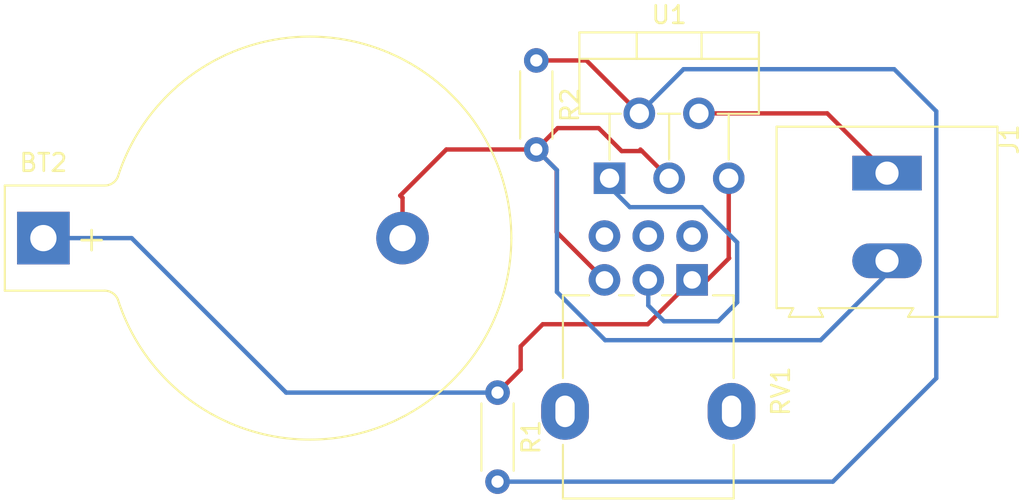
<source format=kicad_pcb>
(kicad_pcb (version 20221018) (generator pcbnew)
  (layers (0 "F.Cu" signal) (31 "B.Cu" signal) (34 "B.Paste" user) (35 "F.Paste" user) (36 "B.SilkS" user "B.Silkscreen") (37 "F.SilkS" user "F.Silkscreen") (38 "B.Mask" user) (39 "F.Mask" user) (44 "Edge.Cuts" user))
  (net 0 "")
  (net 1 "Net-(J1-Pin_1)")
  (net 2 "Net-(U1--)")
  (net 3 "Net-(U1-+)")
  (net 4 "+5V")
  (net 5 "GND")
  (footprint "Potentiometer_THT:Potentiometer_Alpha_RD902F-40-00D_Dual_Vertical" (layer "F.Cu") (at 137.23 84.96 -90)
    (fp_text reference "RV1" (at 6.35 -5.06 90) (layer "F.SilkS"))
    (fp_text value "R_Potentiometer_Dual_Separate")
    (fp_line (start 0.88 -2.37) (end 5.6 -2.37) (stroke (width 0.12)) (layer "F.SilkS"))
    (fp_line (start 0.88 -1.19) (end 0.88 -2.37) (stroke (width 0.12)) (layer "F.SilkS"))
    (fp_line (start 0.88 1.71) (end 0.88 1.18) (stroke (width 0.12)) (layer "F.SilkS"))
    (fp_line (start 0.88 4.16) (end 0.88 3.33) (stroke (width 0.12)) (layer "F.SilkS"))
    (fp_line (start 0.88 7.37) (end 0.88 5.88) (stroke (width 0.12)) (layer "F.SilkS"))
    (fp_line (start 0.88 7.37) (end 5.6 7.37) (stroke (width 0.12)) (layer "F.SilkS"))
    (fp_line (start 9.41 -2.37) (end 12.47 -2.37) (stroke (width 0.12)) (layer "F.SilkS"))
    (fp_line (start 9.41 7.37) (end 12.47 7.37) (stroke (width 0.12)) (layer "F.SilkS"))
    (fp_line (start 12.47 7.37) (end 12.47 -2.37) (stroke (width 0.12)) (layer "F.SilkS"))
    (pad "" thru_hole oval (at 7.5 -2.25) (size 2.72 3.24) (drill oval 1.1 1.8) (layers "*.Cu" "*.Mask"))
    (pad "" thru_hole oval (at 7.5 7.25) (size 2.72 3.24) (drill oval 1.1 1.8) (layers "*.Cu" "*.Mask"))
    (pad "1" thru_hole rect (at 0 0) (size 1.8 1.8) (drill 1) (layers "*.Cu" "*.Mask") (net 4 "+5V"))
    (pad "2" thru_hole circle (at 0 2.5) (size 1.8 1.8) (drill 1) (layers "*.Cu" "*.Mask") (net 3 "Net-(U1-+)"))
    (pad "3" thru_hole circle (at 0 5) (size 1.8 1.8) (drill 1) (layers "*.Cu" "*.Mask") (net 5 "GND"))
    (pad "4" thru_hole circle (at -2.5 0) (size 1.8 1.8) (drill 1) (layers "*.Cu" "*.Mask"))
    (pad "5" thru_hole circle (at -2.5 2.5) (size 1.8 1.8) (drill 1) (layers "*.Cu" "*.Mask"))
    (pad "6" thru_hole circle (at -2.5 5) (size 1.8 1.8) (drill 1) (layers "*.Cu" "*.Mask"))
  )
  (footprint "Resistor_THT:R_Axial_DIN0204_L3.6mm_D1.6mm_P5.08mm_Horizontal" (layer "F.Cu") (at 128.34 72.44 -90)
    (fp_text reference "R2" (at 2.54 -1.92 90) (layer "F.SilkS"))
    (fp_text value "R")
    (fp_line (start 0.62 -0.92) (end 4.46 -0.92) (stroke (width 0.12)) (layer "F.SilkS"))
    (fp_line (start 0.62 0.92) (end 4.46 0.92) (stroke (width 0.12)) (layer "F.SilkS"))
    (pad "1" thru_hole circle (at 0 0 270) (size 1.4 1.4) (drill 0.7) (layers "*.Cu" "*.Mask") (net 2 "Net-(U1--)"))
    (pad "2" thru_hole oval (at 5.08 0 270) (size 1.4 1.4) (drill 0.7) (layers "*.Cu" "*.Mask") (net 5 "GND"))
  )
  (footprint "TerminalBlock:TerminalBlock_Altech_AK300-2_P5.00mm" (layer "F.Cu") (at 148.35 78.87 -90)
    (fp_text reference "J1" (at -1.92 -6.99 90) (layer "F.SilkS"))
    (fp_text value "Screw_Terminal_01x02")
    (fp_line (start -2.65 -6.3) (end -2.65 6.3) (stroke (width 0.12)) (layer "F.SilkS"))
    (fp_line (start -2.65 6.3) (end 7.7 6.3) (stroke (width 0.12)) (layer "F.SilkS"))
    (fp_line (start 7.7 -1.5) (end 8.2 -1.2) (stroke (width 0.12)) (layer "F.SilkS"))
    (fp_line (start 7.7 3.9) (end 7.7 -1.5) (stroke (width 0.12)) (layer "F.SilkS"))
    (fp_line (start 7.7 5.35) (end 8.2 5.6) (stroke (width 0.12)) (layer "F.SilkS"))
    (fp_line (start 7.7 6.3) (end 7.7 5.35) (stroke (width 0.12)) (layer "F.SilkS"))
    (fp_line (start 8.2 -6.3) (end -2.65 -6.3) (stroke (width 0.12)) (layer "F.SilkS"))
    (fp_line (start 8.2 -1.2) (end 8.2 -6.3) (stroke (width 0.12)) (layer "F.SilkS"))
    (fp_line (start 8.2 3.65) (end 7.7 3.9) (stroke (width 0.12)) (layer "F.SilkS"))
    (fp_line (start 8.2 3.7) (end 8.2 3.65) (stroke (width 0.12)) (layer "F.SilkS"))
    (fp_line (start 8.2 5.6) (end 8.2 3.7) (stroke (width 0.12)) (layer "F.SilkS"))
    (pad "1" thru_hole rect (at 0 0 270) (size 1.98 3.96) (drill 1.32) (layers "*.Cu" "*.Mask") (net 1 "Net-(J1-Pin_1)"))
    (pad "2" thru_hole oval (at 5 0 270) (size 1.98 3.96) (drill 1.32) (layers "*.Cu" "*.Mask") (net 5 "GND"))
  )
  (footprint "Package_TO_SOT_THT:TO-220-5_P3.4x3.7mm_StaggerOdd_Lead3.8mm_Vertical" (layer "F.Cu") (at 132.52 79.16)
    (fp_text reference "U1" (at 3.4 -9.32) (layer "F.SilkS"))
    (fp_text value "LM1875")
    (fp_line (start -1.721 -8.32) (end -1.721 -3.679) (stroke (width 0.12)) (layer "F.SilkS"))
    (fp_line (start -1.721 -8.32) (end 8.52 -8.32) (stroke (width 0.12)) (layer "F.SilkS"))
    (fp_line (start -1.721 -6.811) (end 8.52 -6.811) (stroke (width 0.12)) (layer "F.SilkS"))
    (fp_line (start -1.721 -3.679) (end 0.635 -3.679) (stroke (width 0.12)) (layer "F.SilkS"))
    (fp_line (start 0 -3.679) (end 0 -1.049) (stroke (width 0.12)) (layer "F.SilkS"))
    (fp_line (start 1.55 -8.32) (end 1.55 -6.811) (stroke (width 0.12)) (layer "F.SilkS"))
    (fp_line (start 2.765 -3.679) (end 4.035 -3.679) (stroke (width 0.12)) (layer "F.SilkS"))
    (fp_line (start 3.4 -3.679) (end 3.4 -1.065) (stroke (width 0.12)) (layer "F.SilkS"))
    (fp_line (start 5.25 -8.32) (end 5.25 -6.811) (stroke (width 0.12)) (layer "F.SilkS"))
    (fp_line (start 6.165 -3.679) (end 8.52 -3.679) (stroke (width 0.12)) (layer "F.SilkS"))
    (fp_line (start 6.8 -3.679) (end 6.8 -1.065) (stroke (width 0.12)) (layer "F.SilkS"))
    (fp_line (start 8.52 -8.32) (end 8.52 -3.679) (stroke (width 0.12)) (layer "F.SilkS"))
    (pad "1" thru_hole rect (at 0 0) (size 1.8 1.8) (drill 1.1) (layers "*.Cu" "*.Mask") (net 3 "Net-(U1-+)"))
    (pad "2" thru_hole oval (at 1.7 -3.7) (size 1.8 1.8) (drill 1.1) (layers "*.Cu" "*.Mask") (net 2 "Net-(U1--)"))
    (pad "3" thru_hole oval (at 3.4 0) (size 1.8 1.8) (drill 1.1) (layers "*.Cu" "*.Mask") (net 5 "GND"))
    (pad "4" thru_hole oval (at 5.1 -3.7) (size 1.8 1.8) (drill 1.1) (layers "*.Cu" "*.Mask") (net 1 "Net-(J1-Pin_1)"))
    (pad "5" thru_hole oval (at 6.8 0) (size 1.8 1.8) (drill 1.1) (layers "*.Cu" "*.Mask") (net 4 "+5V"))
  )
  (footprint "Resistor_THT:R_Axial_DIN0204_L3.6mm_D1.6mm_P5.08mm_Horizontal" (layer "F.Cu") (at 126.13 91.39 -90)
    (fp_text reference "R1" (at 2.54 -1.92 90) (layer "F.SilkS"))
    (fp_text value "R")
    (fp_line (start 0.62 -0.92) (end 4.46 -0.92) (stroke (width 0.12)) (layer "F.SilkS"))
    (fp_line (start 0.62 0.92) (end 4.46 0.92) (stroke (width 0.12)) (layer "F.SilkS"))
    (pad "1" thru_hole circle (at 0 0 270) (size 1.4 1.4) (drill 0.7) (layers "*.Cu" "*.Mask") (net 4 "+5V"))
    (pad "2" thru_hole oval (at 5.08 0 270) (size 1.4 1.4) (drill 0.7) (layers "*.Cu" "*.Mask") (net 2 "Net-(U1--)"))
  )
  (footprint "Battery:BatteryHolder_Keystone_103_1x20mm" (layer "F.Cu") (at 100.22 82.575717)
    (fp_text reference "BT2" (at 0 -4.3) (layer "F.SilkS"))
    (fp_text value "Battery_Cell")
    (fp_text user "+" (at 2.75 0) (layer "F.SilkS") (effects (font (size 1.5 1.5))))
    (fp_line (start -2.2 -3) (end 3.5 -3) (stroke (width 0.12)) (layer "F.SilkS"))
    (fp_line (start -2.2 3) (end -2.2 -3) (stroke (width 0.12)) (layer "F.SilkS"))
    (fp_line (start -2.2 3) (end 3.5 3) (stroke (width 0.12)) (layer "F.SilkS"))
    (fp_arc (start 3.5 3) (mid 3.950694 3.136459) (end 4.25 3.5) (stroke (width 0.12)) (layer "F.SilkS"))
    (fp_arc (start 4.25 -3.5) (mid 3.950694 -3.136459) (end 3.5 -3) (stroke (width 0.12)) (layer "F.SilkS"))
    (fp_arc (start 4.25 -3.5) (mid 16.971103 -11.358466) (end 26.695671 0) (stroke (width 0.12)) (layer "F.SilkS"))
    (fp_arc (start 26.695671 0) (mid 16.971103 11.358466) (end 4.25 3.5) (stroke (width 0.12)) (layer "F.SilkS"))
    (pad "1" thru_hole rect (at 0 0) (size 3 3) (drill 1.5) (layers "*.Cu" "*.Mask") (net 4 "+5V"))
    (pad "2" thru_hole circle (at 20.49 0) (size 3 3) (drill 1.5) (layers "*.Cu" "*.Mask") (net 5 "GND"))
  )
  (segment (start 137.62 75.46) (end 144.94 75.46) (width 0.25) (layer "F.Cu") (net 1))
  (segment (start 144.94 75.46) (end 148.35 78.87) (width 0.25) (layer "F.Cu") (net 1))
  (segment (start 131.2 72.44) (end 134.22 75.46) (width 0.25) (layer "F.Cu") (net 2))
  (segment (start 128.34 72.44) (end 131.2 72.44) (width 0.25) (layer "F.Cu") (net 2))
  (segment (start 136.74 72.94) (end 134.22 75.46) (width 0.25) (layer "B.Cu") (net 2))
  (segment (start 148.76 72.94) (end 136.74 72.94) (width 0.25) (layer "B.Cu") (net 2))
  (segment (start 151.16 90.57) (end 151.16 75.34) (width 0.25) (layer "B.Cu") (net 2))
  (segment (start 151.16 75.34) (end 148.76 72.94) (width 0.25) (layer "B.Cu") (net 2))
  (segment (start 145.26 96.47) (end 151.16 90.57) (width 0.25) (layer "B.Cu") (net 2))
  (segment (start 126.13 96.47) (end 145.26 96.47) (width 0.25) (layer "B.Cu") (net 2))
  (segment (start 137.79 80.81) (end 133.68 80.81) (width 0.25) (layer "B.Cu") (net 3))
  (segment (start 133.68 80.81) (end 132.52 79.65) (width 0.25) (layer "B.Cu") (net 3))
  (segment (start 138.72 87.32) (end 139.8 86.24) (width 0.25) (layer "B.Cu") (net 3))
  (segment (start 132.52 79.65) (end 132.52 79.16) (width 0.25) (layer "B.Cu") (net 3))
  (segment (start 139.8 86.24) (end 139.8 82.82) (width 0.25) (layer "B.Cu") (net 3))
  (segment (start 139.8 82.82) (end 137.79 80.81) (width 0.25) (layer "B.Cu") (net 3))
  (segment (start 135.63 87.32) (end 138.72 87.32) (width 0.25) (layer "B.Cu") (net 3))
  (segment (start 134.73 84.96) (end 134.73 86.42) (width 0.25) (layer "B.Cu") (net 3))
  (segment (start 134.73 86.42) (end 135.63 87.32) (width 0.25) (layer "B.Cu") (net 3))
  (segment (start 139.34 83.72) (end 139.32 83.7) (width 0.25) (layer "F.Cu") (net 4))
  (segment (start 139.32 83.7) (end 139.32 79.16) (width 0.25) (layer "F.Cu") (net 4))
  (segment (start 127.45 90.07) (end 127.45 88.75) (width 0.25) (layer "F.Cu") (net 4))
  (segment (start 137.23 84.96) (end 138.1 84.96) (width 0.25) (layer "F.Cu") (net 4))
  (segment (start 127.45 88.75) (end 128.71 87.49) (width 0.25) (layer "F.Cu") (net 4))
  (segment (start 126.13 91.39) (end 127.45 90.07) (width 0.25) (layer "F.Cu") (net 4))
  (segment (start 134.7 87.49) (end 137.23 84.96) (width 0.25) (layer "F.Cu") (net 4))
  (segment (start 138.1 84.96) (end 139.34 83.72) (width 0.25) (layer "F.Cu") (net 4))
  (segment (start 128.71 87.49) (end 134.7 87.49) (width 0.25) (layer "F.Cu") (net 4))
  (segment (start 114.07 91.39) (end 105.255717 82.575717) (width 0.25) (layer "B.Cu") (net 4))
  (segment (start 105.255717 82.575717) (end 100.22 82.575717) (width 0.25) (layer "B.Cu") (net 4))
  (segment (start 126.13 91.39) (end 114.07 91.39) (width 0.25) (layer "B.Cu") (net 4))
  (segment (start 120.58 80.15) (end 120.71 80.28) (width 0.25) (layer "F.Cu") (net 5))
  (segment (start 128.34 77.52) (end 123.21 77.52) (width 0.25) (layer "F.Cu") (net 5))
  (segment (start 131.9 76.3) (end 129.56 76.3) (width 0.25) (layer "F.Cu") (net 5))
  (segment (start 123.21 77.52) (end 120.58 80.15) (width 0.25) (layer "F.Cu") (net 5))
  (segment (start 134.37 77.61) (end 134.28 77.52) (width 0.25) (layer "F.Cu") (net 5))
  (segment (start 129.5 82.23) (end 129.5 78.68) (width 0.25) (layer "F.Cu") (net 5))
  (segment (start 134.37 77.61) (end 133.21 77.61) (width 0.25) (layer "F.Cu") (net 5))
  (segment (start 129.56 76.3) (end 128.34 77.52) (width 0.25) (layer "F.Cu") (net 5))
  (segment (start 132.23 84.96) (end 129.5 82.23) (width 0.25) (layer "F.Cu") (net 5))
  (segment (start 133.21 77.61) (end 131.9 76.3) (width 0.25) (layer "F.Cu") (net 5))
  (segment (start 129.5 78.68) (end 128.34 77.52) (width 0.25) (layer "F.Cu") (net 5))
  (segment (start 135.92 79.16) (end 134.37 77.61) (width 0.25) (layer "F.Cu") (net 5))
  (segment (start 120.71 80.28) (end 120.71 82.575717) (width 0.25) (layer "F.Cu") (net 5))
  (segment (start 148.35 83.87) (end 148.35 84.61) (width 0.25) (layer "B.Cu") (net 5))
  (segment (start 132.27 88.4) (end 129.52 85.65) (width 0.25) (layer "B.Cu") (net 5))
  (segment (start 129.52 85.65) (end 129.52 78.7) (width 0.25) (layer "B.Cu") (net 5))
  (segment (start 129.52 78.7) (end 128.34 77.52) (width 0.25) (layer "B.Cu") (net 5))
  (segment (start 148.35 84.61) (end 144.56 88.4) (width 0.25) (layer "B.Cu") (net 5))
  (segment (start 144.56 88.4) (end 132.27 88.4) (width 0.25) (layer "B.Cu") (net 5))
)
</source>
